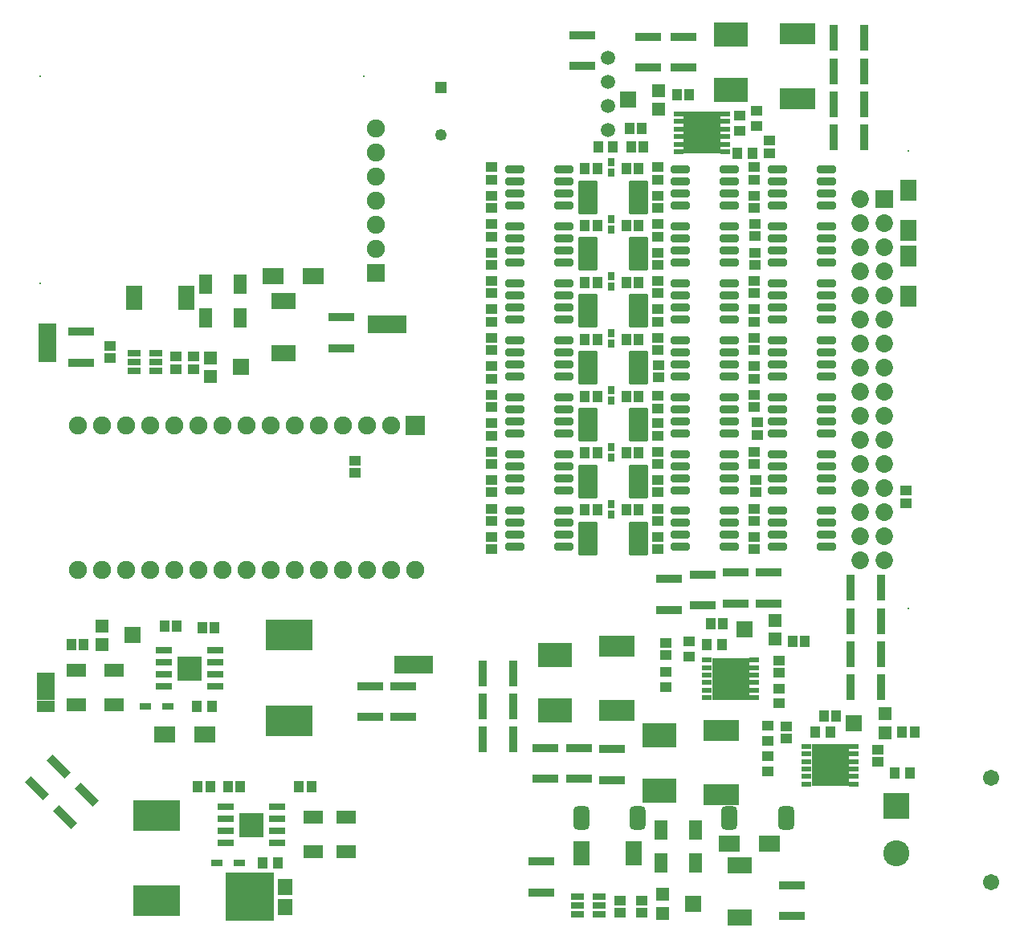
<source format=gbs>
G04*
G04 #@! TF.GenerationSoftware,Altium Limited,Altium Designer,20.0.12 (288)*
G04*
G04 Layer_Color=16711935*
%FSLAX25Y25*%
%MOIN*%
G70*
G01*
G75*
%ADD19R,0.02769X0.03556*%
%ADD24R,0.04540X0.03950*%
%ADD25R,0.03950X0.04540*%
%ADD26R,0.07572X0.04934*%
G04:AMPARAMS|DCode=35|XSize=77.29mil|YSize=31.62mil|CornerRadius=6.95mil|HoleSize=0mil|Usage=FLASHONLY|Rotation=0.000|XOffset=0mil|YOffset=0mil|HoleType=Round|Shape=RoundedRectangle|*
%AMROUNDEDRECTD35*
21,1,0.07729,0.01772,0,0,0.0*
21,1,0.06339,0.03162,0,0,0.0*
1,1,0.01391,0.03169,-0.00886*
1,1,0.01391,-0.03169,-0.00886*
1,1,0.01391,-0.03169,0.00886*
1,1,0.01391,0.03169,0.00886*
%
%ADD35ROUNDEDRECTD35*%
%ADD36R,0.04934X0.04343*%
%ADD37R,0.04343X0.04934*%
%ADD39R,0.10654X0.03757*%
%ADD41C,0.07296*%
%ADD42R,0.07296X0.07296*%
%ADD43C,0.00800*%
%ADD44R,0.10839X0.10839*%
%ADD45C,0.10839*%
%ADD46C,0.06737*%
G04:AMPARAMS|DCode=47|XSize=98.55mil|YSize=67.06mil|CornerRadius=18.76mil|HoleSize=0mil|Usage=FLASHONLY|Rotation=90.000|XOffset=0mil|YOffset=0mil|HoleType=Round|Shape=RoundedRectangle|*
%AMROUNDEDRECTD47*
21,1,0.09855,0.02953,0,0,90.0*
21,1,0.06102,0.06706,0,0,90.0*
1,1,0.03753,0.01476,0.03051*
1,1,0.03753,0.01476,-0.03051*
1,1,0.03753,-0.01476,-0.03051*
1,1,0.03753,-0.01476,0.03051*
%
%ADD47ROUNDEDRECTD47*%
%ADD48C,0.05950*%
%ADD49R,0.07493X0.07493*%
%ADD50C,0.07493*%
%ADD51R,0.04921X0.04921*%
%ADD52C,0.04921*%
%ADD102R,0.19500X0.12500*%
G04:AMPARAMS|DCode=111|XSize=37.57mil|YSize=106.54mil|CornerRadius=0mil|HoleSize=0mil|Usage=FLASHONLY|Rotation=45.000|XOffset=0mil|YOffset=0mil|HoleType=Round|Shape=Rectangle|*
%AMROTATEDRECTD111*
4,1,4,0.02439,-0.05095,-0.05095,0.02439,-0.02439,0.05095,0.05095,-0.02439,0.02439,-0.05095,0.0*
%
%ADD111ROTATEDRECTD111*%

%ADD112R,0.07874X0.05512*%
%ADD113R,0.05512X0.07874*%
%ADD114R,0.03757X0.10654*%
%ADD116R,0.06803X0.07572*%
%ADD117R,0.07572X0.06803*%
%ADD118R,0.06312X0.07099*%
%ADD119R,0.20485X0.20485*%
%ADD120R,0.04895X0.02611*%
%ADD121R,0.09147X0.06706*%
%ADD122R,0.14973X0.08674*%
%ADD123R,0.06706X0.09147*%
%ADD124R,0.04934X0.07572*%
%ADD125R,0.05524X0.05524*%
%ADD126R,0.06706X0.07099*%
G04:AMPARAMS|DCode=127|XSize=82.8mil|YSize=140.68mil|CornerRadius=6.62mil|HoleSize=0mil|Usage=FLASHONLY|Rotation=0.000|XOffset=0mil|YOffset=0mil|HoleType=Round|Shape=RoundedRectangle|*
%AMROUNDEDRECTD127*
21,1,0.08280,0.12744,0,0,0.0*
21,1,0.06957,0.14068,0,0,0.0*
1,1,0.01324,0.03478,-0.06372*
1,1,0.01324,-0.03478,-0.06372*
1,1,0.01324,-0.03478,0.06372*
1,1,0.01324,0.03478,0.06372*
%
%ADD127ROUNDEDRECTD127*%
%ADD128R,0.10249X0.06706*%
%ADD129R,0.06706X0.10249*%
%ADD130R,0.14300X0.10300*%
%ADD131R,0.05524X0.03162*%
%ADD132R,0.06902X0.03162*%
%ADD133R,0.09855X0.09855*%
%ADD134R,0.15367X0.17729*%
%ADD135R,0.04147X0.02178*%
%ADD136R,0.07887X0.07887*%
D19*
X249807Y184523D02*
D03*
Y180193D02*
D03*
X249807Y208146D02*
D03*
Y203815D02*
D03*
Y231768D02*
D03*
Y227437D02*
D03*
X249807Y255390D02*
D03*
Y251059D02*
D03*
X249807Y279012D02*
D03*
Y274681D02*
D03*
X249807Y302634D02*
D03*
Y298303D02*
D03*
Y326256D02*
D03*
Y321925D02*
D03*
D24*
X262500Y14567D02*
D03*
Y19685D02*
D03*
X253445Y19882D02*
D03*
Y14764D02*
D03*
X76181Y240551D02*
D03*
Y245669D02*
D03*
X41732Y250197D02*
D03*
Y245079D02*
D03*
X68898Y245669D02*
D03*
Y240551D02*
D03*
X309098Y182555D02*
D03*
Y177437D02*
D03*
Y206177D02*
D03*
Y201059D02*
D03*
Y229799D02*
D03*
Y224681D02*
D03*
Y253421D02*
D03*
Y248303D02*
D03*
Y277043D02*
D03*
Y271925D02*
D03*
X309350Y300689D02*
D03*
Y295571D02*
D03*
X309098Y324287D02*
D03*
Y319169D02*
D03*
Y165626D02*
D03*
Y170744D02*
D03*
X309744Y189272D02*
D03*
Y194390D02*
D03*
X310433Y213189D02*
D03*
Y218307D02*
D03*
X309098Y236492D02*
D03*
Y241610D02*
D03*
Y260114D02*
D03*
Y265232D02*
D03*
X309489Y283752D02*
D03*
Y288870D02*
D03*
X309098Y307358D02*
D03*
Y312476D02*
D03*
X200043Y182555D02*
D03*
Y177437D02*
D03*
Y206177D02*
D03*
Y201059D02*
D03*
Y229799D02*
D03*
Y224681D02*
D03*
Y253421D02*
D03*
Y248303D02*
D03*
Y277043D02*
D03*
Y271925D02*
D03*
Y300665D02*
D03*
Y295547D02*
D03*
Y324287D02*
D03*
Y319169D02*
D03*
Y165626D02*
D03*
Y170744D02*
D03*
Y189248D02*
D03*
Y194366D02*
D03*
Y212870D02*
D03*
Y217988D02*
D03*
Y236492D02*
D03*
Y241610D02*
D03*
Y260114D02*
D03*
Y265232D02*
D03*
Y283736D02*
D03*
Y288854D02*
D03*
Y307358D02*
D03*
Y312476D02*
D03*
X268941Y182555D02*
D03*
Y177437D02*
D03*
Y206177D02*
D03*
Y201059D02*
D03*
X268996Y229331D02*
D03*
Y224213D02*
D03*
X268941Y253421D02*
D03*
Y248303D02*
D03*
Y277043D02*
D03*
Y271925D02*
D03*
Y300665D02*
D03*
Y295547D02*
D03*
Y324287D02*
D03*
Y319169D02*
D03*
Y165626D02*
D03*
Y170744D02*
D03*
Y189248D02*
D03*
Y194366D02*
D03*
Y212870D02*
D03*
Y217988D02*
D03*
X269291Y237106D02*
D03*
Y242224D02*
D03*
X268941Y260114D02*
D03*
Y265232D02*
D03*
Y283736D02*
D03*
Y288854D02*
D03*
Y307358D02*
D03*
Y312476D02*
D03*
X360236Y77362D02*
D03*
Y82480D02*
D03*
X319291Y114370D02*
D03*
Y119488D02*
D03*
X322441Y92027D02*
D03*
Y86909D02*
D03*
X272441Y126870D02*
D03*
Y121752D02*
D03*
X315354Y330217D02*
D03*
Y335335D02*
D03*
X372047Y184843D02*
D03*
Y189961D02*
D03*
X143405Y197343D02*
D03*
Y202461D02*
D03*
D25*
X90551Y66929D02*
D03*
X95669D02*
D03*
X78150Y66929D02*
D03*
X83268D02*
D03*
X125197Y66929D02*
D03*
X120079D02*
D03*
X30709Y125984D02*
D03*
X25591D02*
D03*
X69488Y133858D02*
D03*
X64370D02*
D03*
X80020Y132972D02*
D03*
X85138D02*
D03*
X255909Y181965D02*
D03*
X261028D02*
D03*
X255909Y205587D02*
D03*
X261028D02*
D03*
X255909Y229209D02*
D03*
X261028D02*
D03*
X255909Y252831D02*
D03*
X261028D02*
D03*
X255909Y276453D02*
D03*
X261028D02*
D03*
X255909Y300075D02*
D03*
X261028D02*
D03*
X255909Y323697D02*
D03*
X261028D02*
D03*
X238783Y181965D02*
D03*
X243901D02*
D03*
X238783Y205587D02*
D03*
X243901D02*
D03*
X238784Y229209D02*
D03*
X243902D02*
D03*
X238784Y252831D02*
D03*
X243902D02*
D03*
X238784Y276453D02*
D03*
X243902D02*
D03*
X238784Y300075D02*
D03*
X243902D02*
D03*
X238783Y323697D02*
D03*
X243901D02*
D03*
X375590Y89567D02*
D03*
X370472D02*
D03*
X330118Y127559D02*
D03*
X325000D02*
D03*
X257185Y340256D02*
D03*
X262303D02*
D03*
X257874Y332677D02*
D03*
X262992D02*
D03*
X337992Y96457D02*
D03*
X343110D02*
D03*
X290945Y134646D02*
D03*
X296063D02*
D03*
X282087Y354331D02*
D03*
X276969D02*
D03*
D26*
X14961Y112047D02*
D03*
Y100551D02*
D03*
X15650Y245728D02*
D03*
Y257224D02*
D03*
D35*
X318626Y166590D02*
D03*
Y171590D02*
D03*
Y176590D02*
D03*
Y181590D02*
D03*
X338941D02*
D03*
Y176590D02*
D03*
Y171590D02*
D03*
Y166590D02*
D03*
X318626Y190213D02*
D03*
Y195213D02*
D03*
Y200213D02*
D03*
Y205213D02*
D03*
X338941D02*
D03*
Y200213D02*
D03*
Y195213D02*
D03*
Y190213D02*
D03*
X318626Y213835D02*
D03*
Y218835D02*
D03*
Y223835D02*
D03*
Y228835D02*
D03*
X338941D02*
D03*
Y223835D02*
D03*
Y218835D02*
D03*
Y213835D02*
D03*
X318626Y237457D02*
D03*
Y242457D02*
D03*
Y247457D02*
D03*
Y252457D02*
D03*
X338941D02*
D03*
Y247457D02*
D03*
Y242457D02*
D03*
Y237457D02*
D03*
X318626Y261079D02*
D03*
Y266079D02*
D03*
Y271079D02*
D03*
Y276079D02*
D03*
X338941D02*
D03*
Y271079D02*
D03*
Y266079D02*
D03*
Y261079D02*
D03*
X318626Y284701D02*
D03*
Y289701D02*
D03*
Y294701D02*
D03*
Y299701D02*
D03*
X338941D02*
D03*
Y294701D02*
D03*
Y289701D02*
D03*
Y284701D02*
D03*
X318626Y308323D02*
D03*
Y313323D02*
D03*
Y318323D02*
D03*
Y323323D02*
D03*
X338941D02*
D03*
Y318323D02*
D03*
Y313323D02*
D03*
Y308323D02*
D03*
X209571Y166590D02*
D03*
Y171590D02*
D03*
Y176590D02*
D03*
Y181590D02*
D03*
X229886D02*
D03*
Y176590D02*
D03*
Y171590D02*
D03*
Y166590D02*
D03*
X209571Y190213D02*
D03*
Y195213D02*
D03*
Y200213D02*
D03*
Y205213D02*
D03*
X229886D02*
D03*
Y200213D02*
D03*
Y195213D02*
D03*
Y190213D02*
D03*
X209571Y213835D02*
D03*
Y218835D02*
D03*
Y223835D02*
D03*
Y228835D02*
D03*
X229886D02*
D03*
Y223835D02*
D03*
Y218835D02*
D03*
Y213835D02*
D03*
X209571Y237457D02*
D03*
Y242457D02*
D03*
Y247457D02*
D03*
Y252457D02*
D03*
X229886D02*
D03*
Y247457D02*
D03*
Y242457D02*
D03*
Y237457D02*
D03*
X209571Y261079D02*
D03*
Y266079D02*
D03*
Y271079D02*
D03*
Y276079D02*
D03*
X229886D02*
D03*
Y271079D02*
D03*
Y266079D02*
D03*
Y261079D02*
D03*
X209571Y284701D02*
D03*
Y289701D02*
D03*
Y294701D02*
D03*
Y299701D02*
D03*
X229886D02*
D03*
Y294701D02*
D03*
Y289701D02*
D03*
Y284701D02*
D03*
X209571Y308323D02*
D03*
Y313323D02*
D03*
Y318323D02*
D03*
Y323323D02*
D03*
X229886D02*
D03*
Y318323D02*
D03*
Y313323D02*
D03*
Y308323D02*
D03*
X278468Y166590D02*
D03*
Y171590D02*
D03*
Y176590D02*
D03*
Y181590D02*
D03*
X298783D02*
D03*
Y176590D02*
D03*
Y171590D02*
D03*
Y166590D02*
D03*
X278468Y190213D02*
D03*
Y195213D02*
D03*
Y200213D02*
D03*
Y205213D02*
D03*
X298783D02*
D03*
Y200213D02*
D03*
Y195213D02*
D03*
Y190213D02*
D03*
X278468Y213835D02*
D03*
Y218835D02*
D03*
Y223835D02*
D03*
Y228835D02*
D03*
X298783D02*
D03*
Y223835D02*
D03*
Y218835D02*
D03*
Y213835D02*
D03*
X278468Y237457D02*
D03*
Y242457D02*
D03*
Y247457D02*
D03*
Y252457D02*
D03*
X298783D02*
D03*
Y247457D02*
D03*
Y242457D02*
D03*
Y237457D02*
D03*
X278468Y261079D02*
D03*
Y266079D02*
D03*
Y271079D02*
D03*
Y276079D02*
D03*
X298783D02*
D03*
Y271079D02*
D03*
Y266079D02*
D03*
Y261079D02*
D03*
X278468Y284701D02*
D03*
Y289701D02*
D03*
Y294701D02*
D03*
Y299701D02*
D03*
X298783D02*
D03*
Y294701D02*
D03*
Y289701D02*
D03*
Y284701D02*
D03*
X278468Y308323D02*
D03*
Y313323D02*
D03*
Y318323D02*
D03*
Y323323D02*
D03*
X298783D02*
D03*
Y318323D02*
D03*
Y313323D02*
D03*
Y308323D02*
D03*
D36*
X319291Y101575D02*
D03*
Y107874D02*
D03*
X314567Y92421D02*
D03*
Y86122D02*
D03*
X281890Y127362D02*
D03*
Y121063D02*
D03*
X309842Y347638D02*
D03*
Y341339D02*
D03*
X314567Y79823D02*
D03*
Y73524D02*
D03*
X272244Y114862D02*
D03*
Y108563D02*
D03*
X302953Y339370D02*
D03*
Y345669D02*
D03*
D37*
X111417Y35433D02*
D03*
X105118D02*
D03*
X83858Y100394D02*
D03*
X77559D02*
D03*
X373622Y72835D02*
D03*
X367323D02*
D03*
X244193Y332579D02*
D03*
X250492D02*
D03*
X334252Y89764D02*
D03*
X340551D02*
D03*
X289370Y125984D02*
D03*
X295669D02*
D03*
X301969Y330217D02*
D03*
X308268D02*
D03*
D39*
X324803Y26083D02*
D03*
Y13287D02*
D03*
X220768Y36024D02*
D03*
Y23228D02*
D03*
X163386Y108760D02*
D03*
Y95965D02*
D03*
X149606Y108760D02*
D03*
Y95965D02*
D03*
X137795Y261909D02*
D03*
Y249114D02*
D03*
X29528Y256004D02*
D03*
Y243209D02*
D03*
X287795Y142421D02*
D03*
Y155217D02*
D03*
X301181Y143209D02*
D03*
Y156004D02*
D03*
X314961Y143209D02*
D03*
Y156004D02*
D03*
X273622Y140453D02*
D03*
Y153248D02*
D03*
X250000Y69882D02*
D03*
Y82677D02*
D03*
X237795Y379134D02*
D03*
Y366339D02*
D03*
X236221Y70374D02*
D03*
Y83169D02*
D03*
X279528Y378445D02*
D03*
Y365650D02*
D03*
X222441Y70374D02*
D03*
Y83169D02*
D03*
X265158Y378543D02*
D03*
Y365748D02*
D03*
D41*
X352992Y171221D02*
D03*
X362992D02*
D03*
X352992Y191220D02*
D03*
X362992D02*
D03*
X352992Y211221D02*
D03*
X362992D02*
D03*
X352992Y231221D02*
D03*
X362992D02*
D03*
X352992Y251220D02*
D03*
X362992D02*
D03*
X352992Y271220D02*
D03*
X362992D02*
D03*
X352992Y291220D02*
D03*
X362992D02*
D03*
X352992Y311221D02*
D03*
Y161221D02*
D03*
Y181220D02*
D03*
Y201220D02*
D03*
Y221220D02*
D03*
Y241220D02*
D03*
Y261221D02*
D03*
Y281221D02*
D03*
Y301220D02*
D03*
X362992Y161221D02*
D03*
Y181220D02*
D03*
Y201220D02*
D03*
Y221220D02*
D03*
Y241220D02*
D03*
Y261221D02*
D03*
Y281221D02*
D03*
Y301220D02*
D03*
D42*
Y311221D02*
D03*
D43*
X372992Y331221D02*
D03*
Y141220D02*
D03*
X12598Y361984D02*
D03*
X147098D02*
D03*
X12598Y275984D02*
D03*
D44*
X368110Y59055D02*
D03*
D45*
Y39370D02*
D03*
D46*
X407480Y27559D02*
D03*
Y70866D02*
D03*
D47*
X322244Y54134D02*
D03*
X298622D02*
D03*
X260827D02*
D03*
X237205D02*
D03*
D48*
X248425Y369685D02*
D03*
Y359685D02*
D03*
Y349685D02*
D03*
Y339685D02*
D03*
D49*
X152098Y280484D02*
D03*
D50*
X158425Y217008D02*
D03*
X148425D02*
D03*
X138425D02*
D03*
X128425D02*
D03*
X118425D02*
D03*
X108425D02*
D03*
X98425D02*
D03*
X88425D02*
D03*
X78425D02*
D03*
X68425D02*
D03*
X58425D02*
D03*
X48425D02*
D03*
X38425D02*
D03*
X28425D02*
D03*
Y157008D02*
D03*
X38425D02*
D03*
X48425D02*
D03*
X58425D02*
D03*
X68425D02*
D03*
X78425D02*
D03*
X88425D02*
D03*
X98425D02*
D03*
X108425D02*
D03*
X118425D02*
D03*
X128425D02*
D03*
X138425D02*
D03*
X148425D02*
D03*
X158425D02*
D03*
X168425D02*
D03*
X152098Y340484D02*
D03*
Y330484D02*
D03*
Y320484D02*
D03*
Y310484D02*
D03*
Y300484D02*
D03*
Y290484D02*
D03*
D51*
X179134Y357283D02*
D03*
D52*
Y337598D02*
D03*
D102*
X61024Y19652D02*
D03*
Y55152D02*
D03*
X116142Y94455D02*
D03*
Y129955D02*
D03*
D111*
X20272Y75390D02*
D03*
X11224Y66342D02*
D03*
X32083Y63579D02*
D03*
X23035Y54531D02*
D03*
D112*
X125984Y54331D02*
D03*
Y40157D02*
D03*
X139764Y54331D02*
D03*
Y40157D02*
D03*
X43307Y115354D02*
D03*
Y101181D02*
D03*
X27559Y115354D02*
D03*
Y101181D02*
D03*
D113*
X270472Y35433D02*
D03*
X284646D02*
D03*
X270472Y49213D02*
D03*
X284646D02*
D03*
X81496Y275590D02*
D03*
X95669D02*
D03*
X81496Y261811D02*
D03*
X95669D02*
D03*
D114*
X348917Y122047D02*
D03*
X361713D02*
D03*
X342028Y364173D02*
D03*
X354823D02*
D03*
X348917Y135827D02*
D03*
X361713D02*
D03*
X342028Y350394D02*
D03*
X354823D02*
D03*
X348917Y149606D02*
D03*
X361713D02*
D03*
X342028Y336614D02*
D03*
X354823D02*
D03*
X348917Y108268D02*
D03*
X361713D02*
D03*
X342028Y377953D02*
D03*
X354823D02*
D03*
X209154Y114173D02*
D03*
X196358D02*
D03*
X209154Y100394D02*
D03*
X196358D02*
D03*
X209154Y86614D02*
D03*
X196358D02*
D03*
D116*
X167708Y117717D02*
D03*
X156684Y259055D02*
D03*
D117*
X14961Y106290D02*
D03*
X15650Y251485D02*
D03*
D118*
X114469Y17224D02*
D03*
Y25492D02*
D03*
D119*
X99705Y21358D02*
D03*
D120*
X85866Y35433D02*
D03*
X95236D02*
D03*
X56339Y100394D02*
D03*
X65709D02*
D03*
D121*
X298760Y43307D02*
D03*
X315413D02*
D03*
X64508Y88583D02*
D03*
X81161D02*
D03*
X109291Y279134D02*
D03*
X125945D02*
D03*
D122*
X295276Y63681D02*
D03*
Y90453D02*
D03*
X251886Y98760D02*
D03*
Y125531D02*
D03*
X326854Y379587D02*
D03*
Y352815D02*
D03*
D123*
X372933Y270610D02*
D03*
Y287264D02*
D03*
X373031Y298228D02*
D03*
Y314882D02*
D03*
D124*
X173465Y117717D02*
D03*
X161969D02*
D03*
X162441Y259055D02*
D03*
X150945D02*
D03*
D125*
X270866Y14469D02*
D03*
Y22343D02*
D03*
X38189Y125984D02*
D03*
Y133858D02*
D03*
X83366Y237303D02*
D03*
Y245177D02*
D03*
X363287Y97342D02*
D03*
Y89468D02*
D03*
X317717Y136221D02*
D03*
Y128347D02*
D03*
X269390Y356201D02*
D03*
Y348327D02*
D03*
D126*
X283661Y18406D02*
D03*
X50984Y129921D02*
D03*
X96161Y241240D02*
D03*
X350492Y93405D02*
D03*
X304921Y132283D02*
D03*
X256594Y352264D02*
D03*
D127*
X240122Y170153D02*
D03*
X261067D02*
D03*
X240122Y193775D02*
D03*
X261067D02*
D03*
X240122Y217398D02*
D03*
X261067D02*
D03*
X240122Y241020D02*
D03*
X261067D02*
D03*
X240122Y264642D02*
D03*
X261067D02*
D03*
X240122Y288264D02*
D03*
X261067D02*
D03*
X240122Y311886D02*
D03*
X261067D02*
D03*
D128*
X303150Y12795D02*
D03*
Y34449D02*
D03*
X113779Y247047D02*
D03*
Y268701D02*
D03*
D129*
X237205Y39370D02*
D03*
X258858D02*
D03*
X51772Y270079D02*
D03*
X73425D02*
D03*
D130*
X269685Y88272D02*
D03*
Y65272D02*
D03*
X226378Y121736D02*
D03*
Y98736D02*
D03*
X299213Y356299D02*
D03*
Y379299D02*
D03*
D131*
X244685Y21457D02*
D03*
Y17717D02*
D03*
Y13976D02*
D03*
X235630D02*
D03*
Y17717D02*
D03*
Y21457D02*
D03*
X60827Y247047D02*
D03*
Y243307D02*
D03*
Y239567D02*
D03*
X51772D02*
D03*
Y243307D02*
D03*
Y247047D02*
D03*
D132*
X89764Y43681D02*
D03*
Y48681D02*
D03*
Y53681D02*
D03*
Y58681D02*
D03*
X111024D02*
D03*
Y53681D02*
D03*
Y48681D02*
D03*
Y43681D02*
D03*
X64173Y108642D02*
D03*
Y113642D02*
D03*
Y118642D02*
D03*
Y123642D02*
D03*
X85433D02*
D03*
Y118642D02*
D03*
Y113642D02*
D03*
Y108642D02*
D03*
D133*
X100394Y51181D02*
D03*
X74803Y116142D02*
D03*
D134*
X340551Y75984D02*
D03*
X299213Y111811D02*
D03*
X287402Y338583D02*
D03*
D135*
X330807Y83858D02*
D03*
Y80709D02*
D03*
Y77559D02*
D03*
Y74410D02*
D03*
Y71260D02*
D03*
Y68110D02*
D03*
X350295D02*
D03*
Y71260D02*
D03*
Y74410D02*
D03*
Y77559D02*
D03*
Y80709D02*
D03*
Y83858D02*
D03*
X289469Y119685D02*
D03*
Y116535D02*
D03*
Y113386D02*
D03*
Y110236D02*
D03*
Y107087D02*
D03*
Y103937D02*
D03*
X308957D02*
D03*
Y107087D02*
D03*
Y110236D02*
D03*
Y113386D02*
D03*
Y116535D02*
D03*
Y119685D02*
D03*
X297146Y330709D02*
D03*
Y333858D02*
D03*
Y337008D02*
D03*
Y340158D02*
D03*
Y343307D02*
D03*
Y346457D02*
D03*
X277658D02*
D03*
Y343307D02*
D03*
Y340158D02*
D03*
Y337008D02*
D03*
Y333858D02*
D03*
Y330709D02*
D03*
D136*
X168425Y217008D02*
D03*
M02*

</source>
